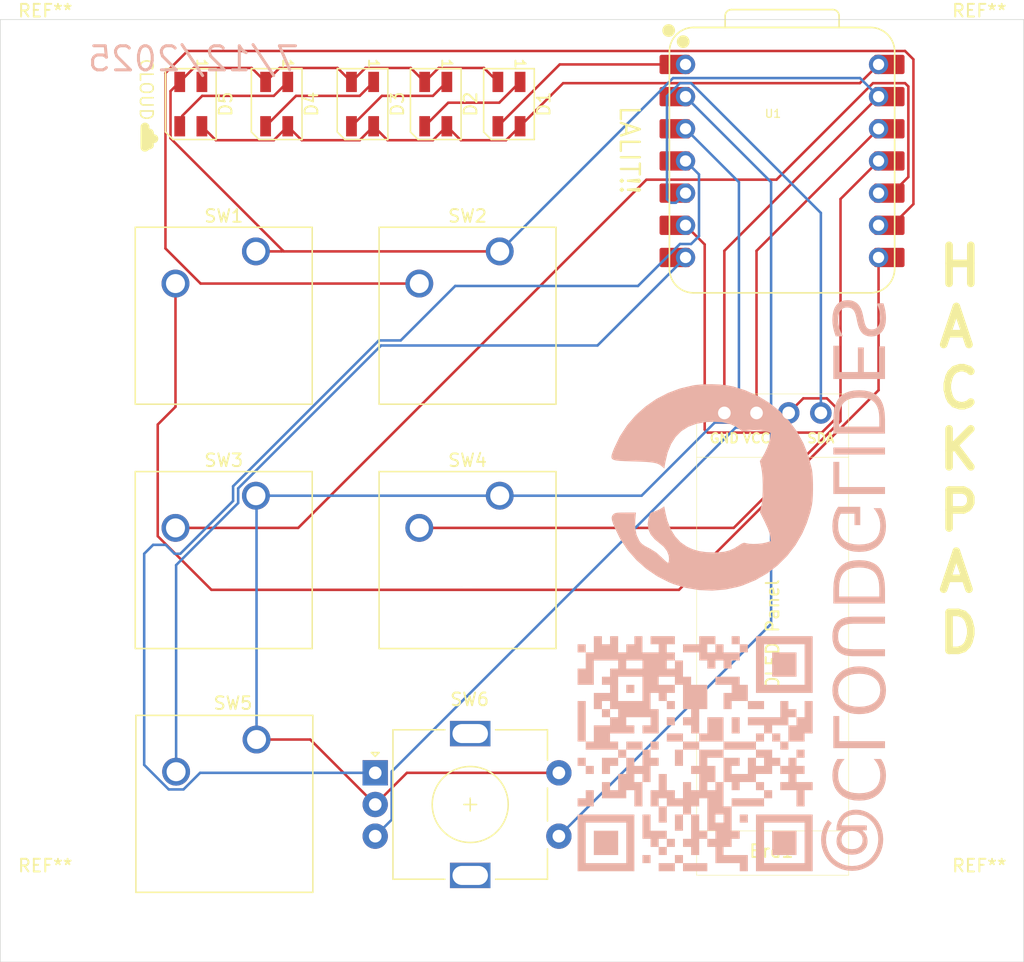
<source format=kicad_pcb>
(kicad_pcb (version 20241229) (generator "pcbnew") (generator_version "9.0")
  (layers (0 "F.Cu" signal) (2 "B.Cu" signal) (13 "F.Paste" user) (15 "B.Paste" user) (5 "F.SilkS" user "F.Silkscreen") (7 "B.SilkS" user "B.Silkscreen") (1 "F.Mask" user) (3 "B.Mask" user) (25 "Edge.Cuts" user))
  (net 0 "")
  (net 1 "GND")
  (net 2 "Net-(D1-DOUT)")
  (net 3 "+5V")
  (net 4 "Net-(D1-DIN)")
  (net 5 "Net-(Brd1-SCL)")
  (net 6 "Net-(U1-GPIO1{slash}RX)")
  (net 7 "Net-(U1-GPIO2{slash}SCK)")
  (net 8 "Net-(U1-GPIO4{slash}MISO)")
  (net 9 "Net-(U1-GPIO3{slash}MOSI)")
  (net 10 "Net-(U1-GPIO0{slash}TX)")
  (net 11 "Net-(U1-GPIO27{slash}ADC1{slash}A1)")
  (net 12 "Net-(U1-GPIO29{slash}ADC3{slash}A3)")
  (net 13 "Net-(U1-GPIO28{slash}ADC2{slash}A2)")
  (net 14 "Net-(Brd1-VCC)")
  (net 15 "Net-(Brd1-SDA)")
  (net 16 "Net-(D2-DOUT)")
  (net 17 "Net-(D3-DOUT)")
  (net 18 "Net-(D4-DOUT)")
  (footprint "Button_Switch_Keyboard:SW_Cherry_MX_1.00u_PCB" (layer "F.Cu") (at 200.43 109.64)
    (property "Reference" "SW5" (at -1.86 -2.87 0) (layer "F.SilkS"))
    (property "Value" "SW_Push")
    (pad "" np_thru_hole circle (at -7.62 5.08) (size 1.7 1.7) (drill 1.7) (layers "*.Cu" "*.Mask"))
    (pad "" np_thru_hole circle (at -2.54 5.08) (size 4 4) (drill 4) (layers "*.Cu" "*.Mask"))
    (pad "" np_thru_hole circle (at 2.54 5.08) (size 1.7 1.7) (drill 1.7) (layers "*.Cu" "*.Mask"))
    (pad "1" thru_hole circle (at 0 0) (size 2.2 2.2) (drill 1.5) (layers "*.Cu" "*.Mask") (net 1 "GND"))
    (pad "2" thru_hole circle (at -6.35 2.54) (size 2.2 2.2) (drill 1.5) (layers "*.Cu" "*.Mask") (net 10 "Net-(U1-GPIO0{slash}TX)"))
  )
  (footprint "LED_SMD:LED_SK6812MINI_PLCC4_3.5x3.5mm_P1.75mm" (layer "F.Cu") (at 208.8 59.47 -90)
    (property "Reference" "D3" (at 0 -2.75 90) (layer "F.SilkS"))
    (property "Value" "SK6812MINI" (hide yes))
    (fp_text user "1" (at -3.2 -0.875 270) (layer "F.SilkS") (effects (font (size 0.8 0.8))))
    (pad "1" smd rect (at -1.75 -0.875 270) (size 1.6 0.85) (layers "F.Cu" "F.Mask" "F.Paste") (net 17 "Net-(D3-DOUT)"))
    (pad "2" smd rect (at -1.75 0.875 270) (size 1.6 0.85) (layers "F.Cu" "F.Mask" "F.Paste") (net 1 "GND"))
    (pad "3" smd rect (at 1.75 0.875 270) (size 1.6 0.85) (layers "F.Cu" "F.Mask" "F.Paste") (net 16 "Net-(D2-DOUT)"))
    (pad "4" smd rect (at 1.75 -0.875 270) (size 1.6 0.85) (layers "F.Cu" "F.Mask" "F.Paste") (net 3 "+5V"))
  )
  (footprint "LED_SMD:LED_SK6812MINI_PLCC4_3.5x3.5mm_P1.75mm" (layer "F.Cu") (at 202.02 59.47 -90)
    (property "Reference" "D4" (at 0 -2.75 90) (layer "F.SilkS"))
    (property "Value" "SK6812MINI" (hide yes))
    (fp_text user "1" (at -3.2 -0.875 270) (layer "F.SilkS") (effects (font (size 0.8 0.8))))
    (pad "1" smd rect (at -1.75 -0.875 270) (size 1.6 0.85) (layers "F.Cu" "F.Mask" "F.Paste") (net 18 "Net-(D4-DOUT)"))
    (pad "2" smd rect (at -1.75 0.875 270) (size 1.6 0.85) (layers "F.Cu" "F.Mask" "F.Paste") (net 1 "GND"))
    (pad "3" smd rect (at 1.75 0.875 270) (size 1.6 0.85) (layers "F.Cu" "F.Mask" "F.Paste") (net 17 "Net-(D3-DOUT)"))
    (pad "4" smd rect (at 1.75 -0.875 270) (size 1.6 0.85) (layers "F.Cu" "F.Mask" "F.Paste") (net 3 "+5V"))
  )
  (footprint "Button_Switch_Keyboard:SW_Cherry_MX_1.00u_PCB" (layer "F.Cu") (at 219.63 71.1)
    (property "Reference" "SW2" (at -2.54 -2.794 0) (layer "F.SilkS"))
    (property "Value" "SW_Push")
    (pad "" np_thru_hole circle (at -7.62 5.08) (size 1.7 1.7) (drill 1.7) (layers "*.Cu" "*.Mask"))
    (pad "" np_thru_hole circle (at -2.54 5.08) (size 4 4) (drill 4) (layers "*.Cu" "*.Mask"))
    (pad "" np_thru_hole circle (at 2.54 5.08) (size 1.7 1.7) (drill 1.7) (layers "*.Cu" "*.Mask"))
    (pad "1" thru_hole circle (at 0 0) (size 2.2 2.2) (drill 1.5) (layers "*.Cu" "*.Mask") (net 1 "GND"))
    (pad "2" thru_hole circle (at -6.35 2.54) (size 2.2 2.2) (drill 1.5) (layers "*.Cu" "*.Mask") (net 7 "Net-(U1-GPIO2{slash}SCK)"))
  )
  (footprint "watermark:cloud_smol" (layer "F.Cu") (at 191.97 62.08 -90)
    (property "Reference" "G***" (hide yes))
    (property "Value" "LOGO" (hide yes))
  )
  (footprint "Rotary_Encoder:RotaryEncoder_Alps_EC11E-Switch_Vertical_H20mm" (layer "F.Cu") (at 209.8 112.27)
    (property "Reference" "SW6" (at 7.455 -5.795 0) (layer "F.SilkS"))
    (property "Value" "RotaryEncoder_Switch")
    (pad "A" thru_hole rect (at 0 0) (size 2 2) (drill 1) (layers "*.Cu" "*.Mask") (net 12 "Net-(U1-GPIO29{slash}ADC3{slash}A3)"))
    (pad "B" thru_hole circle (at 0 5) (size 2 2) (drill 1) (layers "*.Cu" "*.Mask") (net 13 "Net-(U1-GPIO28{slash}ADC2{slash}A2)"))
    (pad "C" thru_hole circle (at 0 2.5) (size 2 2) (drill 1) (layers "*.Cu" "*.Mask") (net 1 "GND"))
    (pad "MP" thru_hole rect (at 7.5 -3.1) (size 3.2 2) (drill oval 2.8 1.5) (layers "*.Cu" "*.Mask"))
    (pad "MP" thru_hole rect (at 7.5 8.1) (size 3.2 2) (drill oval 2.8 1.5) (layers "*.Cu" "*.Mask"))
    (pad "S1" thru_hole circle (at 14.5 5) (size 2 2) (drill 1) (layers "*.Cu" "*.Mask") (net 11 "Net-(U1-GPIO27{slash}ADC1{slash}A1)"))
    (pad "S2" thru_hole circle (at 14.5 0) (size 2 2) (drill 1) (layers "*.Cu" "*.Mask") (net 1 "GND"))
  )
  (footprint "Button_Switch_Keyboard:SW_Cherry_MX_1.00u_PCB" (layer "F.Cu") (at 200.38 90.39)
    (property "Reference" "SW3" (at -2.54 -2.794 0) (layer "F.SilkS"))
    (property "Value" "SW_Push")
    (pad "" np_thru_hole circle (at -7.62 5.08) (size 1.7 1.7) (drill 1.7) (layers "*.Cu" "*.Mask"))
    (pad "" np_thru_hole circle (at -2.54 5.08) (size 4 4) (drill 4) (layers "*.Cu" "*.Mask"))
    (pad "" np_thru_hole circle (at 2.54 5.08) (size 1.7 1.7) (drill 1.7) (layers "*.Cu" "*.Mask"))
    (pad "1" thru_hole circle (at 0 0) (size 2.2 2.2) (drill 1.5) (layers "*.Cu" "*.Mask") (net 1 "GND"))
    (pad "2" thru_hole circle (at -6.35 2.54) (size 2.2 2.2) (drill 1.5) (layers "*.Cu" "*.Mask") (net 8 "Net-(U1-GPIO4{slash}MISO)"))
  )
  (footprint "Button_Switch_Keyboard:SW_Cherry_MX_1.00u_PCB" (layer "F.Cu") (at 219.63 90.39)
    (property "Reference" "SW4" (at -2.54 -2.794 0) (layer "F.SilkS"))
    (property "Value" "SW_Push")
    (pad "" np_thru_hole circle (at -7.62 5.08) (size 1.7 1.7) (drill 1.7) (layers "*.Cu" "*.Mask"))
    (pad "" np_thru_hole circle (at -2.54 5.08) (size 4 4) (drill 4) (layers "*.Cu" "*.Mask"))
    (pad "" np_thru_hole circle (at 2.54 5.08) (size 1.7 1.7) (drill 1.7) (layers "*.Cu" "*.Mask"))
    (pad "1" thru_hole circle (at 0 0) (size 2.2 2.2) (drill 1.5) (layers "*.Cu" "*.Mask") (net 1 "GND"))
    (pad "2" thru_hole circle (at -6.35 2.54) (size 2.2 2.2) (drill 1.5) (layers "*.Cu" "*.Mask") (net 9 "Net-(U1-GPIO3{slash}MOSI)"))
  )
  (footprint "MountingHole:MountingHole_3.2mm_M3" (layer "F.Cu") (at 183.75 56.25)
    (property "Reference" "REF**" (at 0 -4.15 0) (layer "F.SilkS"))
    (property "Value" "MountingHole_3.2mm_M3" (hide yes))
    (pad "" np_thru_hole circle (at 0 0) (size 3.2 3.2) (drill 3.2) (layers "*.Cu" "*.Mask"))
  )
  (footprint "MountingHole:MountingHole_3.2mm_M3" (layer "F.Cu") (at 257.5 123.75)
    (property "Reference" "REF**" (at 0 -4.15 0) (layer "F.SilkS"))
    (property "Value" "MountingHole_3.2mm_M3" (hide yes))
    (pad "" np_thru_hole circle (at 0 0) (size 3.2 3.2) (drill 3.2) (layers "*.Cu" "*.Mask"))
  )
  (footprint "MountingHole:MountingHole_3.2mm_M3" (layer "F.Cu") (at 257.5 56.25)
    (property "Reference" "REF**" (at 0 -4.15 0) (layer "F.SilkS"))
    (property "Value" "MountingHole_3.2mm_M3" (hide yes))
    (pad "" np_thru_hole circle (at 0 0) (size 3.2 3.2) (drill 3.2) (layers "*.Cu" "*.Mask"))
  )
  (footprint "OLED:SSD1306-0.91-OLED-4pin-128x32" (layer "F.Cu") (at 235.175 120.355 90)
    (property "Reference" "Brd1" (at 1.9 5.91 0) (layer "F.SilkS"))
    (property "Value" "SSD1306" (hide yes))
    (fp_text user "SDA" (at 34.5 9.81 0) (layer "F.SilkS") (effects (font (size 0.75 0.75))))
    (fp_text user "VCC" (at 34.5 4.73 0) (layer "F.SilkS") (effects (font (size 0.75 0.75))))
    (fp_text user "SCL" (at 34.5 7.27 0) (layer "F.SilkS") (effects (font (size 0.75 0.75))))
    (fp_text user "OLED Panel" (at 19 6 90) (layer "F.SilkS"))
    (fp_text user "GND" (at 34.5 2.19 0) (layer "F.SilkS") (effects (font (size 0.75 0.75))))
    (pad "1" thru_hole rect (at 36.5 2.19 90) (size 1.7 1.7) (drill 1) (layers "*.Cu" "*.Mask") (net 1 "GND"))
    (pad "2" thru_hole oval (at 36.5 4.73 90) (size 1.7 1.7) (drill 1) (layers "*.Cu" "*.Mask") (net 14 "Net-(Brd1-VCC)"))
    (pad "3" thru_hole oval (at 36.5 7.27 90) (size 1.7 1.7) (drill 1) (layers "*.Cu" "*.Mask") (net 5 "Net-(Brd1-SCL)"))
    (pad "4" thru_hole oval (at 36.5 9.81 90) (size 1.7 1.7) (drill 1) (layers "*.Cu" "*.Mask") (net 15 "Net-(Brd1-SDA)"))
  )
  (footprint "LED_SMD:LED_SK6812MINI_PLCC4_3.5x3.5mm_P1.75mm" (layer "F.Cu") (at 195.24 59.47 -90)
    (property "Reference" "D5" (at 0 -2.75 90) (layer "F.SilkS"))
    (property "Value" "SK6812MINI" (hide yes))
    (fp_text user "1" (at -3.2 -0.875 270) (layer "F.SilkS") (effects (font (size 0.8 0.8))))
    (pad "1" smd rect (at -1.75 -0.875 270) (size 1.6 0.85) (layers "F.Cu" "F.Mask" "F.Paste"))
    (pad "2" smd rect (at -1.75 0.875 270) (size 1.6 0.85) (layers "F.Cu" "F.Mask" "F.Paste") (net 1 "GND"))
    (pad "3" smd rect (at 1.75 0.875 270) (size 1.6 0.85) (layers "F.Cu" "F.Mask" "F.Paste") (net 18 "Net-(D4-DOUT)"))
    (pad "4" smd rect (at 1.75 -0.875 270) (size 1.6 0.85) (layers "F.Cu" "F.Mask" "F.Paste") (net 3 "+5V"))
  )
  (footprint "MountingHole:MountingHole_3.2mm_M3" (layer "F.Cu") (at 183.75 123.75)
    (property "Reference" "REF**" (at 0 -4.15 0) (layer "F.SilkS"))
    (property "Value" "MountingHole_3.2mm_M3" (hide yes))
    (pad "" np_thru_hole circle (at 0 0) (size 3.2 3.2) (drill 3.2) (layers "*.Cu" "*.Mask"))
  )
  (footprint "LED_SMD:LED_SK6812MINI_PLCC4_3.5x3.5mm_P1.75mm" (layer "F.Cu") (at 214.58 59.47 -90)
    (property "Reference" "D2" (at 0 -2.75 90) (layer "F.SilkS"))
    (property "Value" "SK6812MINI" (hide yes))
    (fp_text user "1" (at -3.2 -0.875 270) (layer "F.SilkS") (effects (font (size 0.8 0.8))))
    (pad "1" smd rect (at -1.75 -0.875 270) (size 1.6 0.85) (layers "F.Cu" "F.Mask" "F.Paste") (net 16 "Net-(D2-DOUT)"))
    (pad "2" smd rect (at -1.75 0.875 270) (size 1.6 0.85) (layers "F.Cu" "F.Mask" "F.Paste") (net 1 "GND"))
    (pad "3" smd rect (at 1.75 0.875 270) (size 1.6 0.85) (layers "F.Cu" "F.Mask" "F.Paste") (net 2 "Net-(D1-DOUT)"))
    (pad "4" smd rect (at 1.75 -0.875 270) (size 1.6 0.85) (layers "F.Cu" "F.Mask" "F.Paste") (net 3 "+5V"))
  )
  (footprint "OPL:XIAO-RP2040-DIP" (layer "F.Cu") (at 241.92 63.96)
    (property "Reference" "U1" (at -0.72 -3.73 0) (layer "F.SilkS") (effects (font (size 0.635 0.635) (thickness 0.1016))))
    (property "Value" "XIAO-RP2040-DIP")
    (pad "1" smd roundrect (at -8.455 -7.62 180) (size 2.432 1.524) (layers "F.Cu" "F.Mask") (roundrect_rratio 0.1) (net 4 "Net-(D1-DIN)"))
    (pad "1" thru_hole circle (at -7.62 -7.62 180) (size 1.524 1.524) (drill 0.889) (layers "*.Cu" "*.Mask") (net 4 "Net-(D1-DIN)"))
    (pad "2" smd roundrect (at -8.455 -5.08 180) (size 2.432 1.524) (layers "F.Cu" "F.Mask") (roundrect_rratio 0.1) (net 11 "Net-(U1-GPIO27{slash}ADC1{slash}A1)"))
    (pad "2" thru_hole circle (at -7.62 -5.08 180) (size 1.524 1.524) (drill 0.889) (layers "*.Cu" "*.Mask") (net 11 "Net-(U1-GPIO27{slash}ADC1{slash}A1)"))
    (pad "3" smd roundrect (at -8.455 -2.54 180) (size 2.432 1.524) (layers "F.Cu" "F.Mask") (roundrect_rratio 0.1) (net 13 "Net-(U1-GPIO28{slash}ADC2{slash}A2)"))
    (pad "3" thru_hole circle (at -7.62 -2.54 180) (size 1.524 1.524) (drill 0.889) (layers "*.Cu" "*.Mask") (net 13 "Net-(U1-GPIO28{slash}ADC2{slash}A2)"))
    (pad "4" smd roundrect (at -8.455 0 180) (size 2.432 1.524) (layers "F.Cu" "F.Mask") (roundrect_rratio 0.1) (net 12 "Net-(U1-GPIO29{slash}ADC3{slash}A3)"))
    (pad "4" thru_hole circle (at -7.62 0 180) (size 1.524 1.524) (drill 0.889) (layers "*.Cu" "*.Mask") (net 12 "Net-(U1-GPIO29{slash}ADC3{slash}A3)"))
    (pad "5" smd roundrect (at -8.455 2.54 180) (size 2.432 1.524) (layers "F.Cu" "F.Mask") (roundrect_rratio 0.1) (net 15 "Net-(Brd1-SDA)"))
    (pad "5" thru_hole circle (at -7.62 2.54 180) (size 1.524 1.524) (drill 0.889) (layers "*.Cu" "*.Mask") (net 15 "Net-(Brd1-SDA)"))
    (pad "6" smd roundrect (at -8.455 5.08 180) (size 2.432 1.524) (layers "F.Cu" "F.Mask") (roundrect_rratio 0.1) (net 5 "Net-(Brd1-SCL)"))
    (pad "6" thru_hole circle (at -7.62 5.08 180) (size 1.524 1.524) (drill 0.889) (layers "*.Cu" "*.Mask") (net 5 "Net-(Brd1-SCL)"))
    (pad "7" smd roundrect (at -8.455 7.62 180) (size 2.432 1.524) (layers "F.Cu" "F.Mask") (roundrect_rratio 0.1) (net 10 "Net-(U1-GPIO0{slash}TX)"))
    (pad "7" thru_hole circle (at -7.62 7.62 180) (size 1.524 1.524) (drill 0.889) (layers "*.Cu" "*.Mask") (net 10 "Net-(U1-GPIO0{slash}TX)"))
    (pad "8" thru_hole circle (at 7.62 7.62) (size 1.524 1.524) (drill 0.889) (layers "*.Cu" "*.Mask") (net 6 "Net-(U1-GPIO1{slash}RX)"))
    (pad "8" smd roundrect (at 8.455 7.62) (size 2.432 1.524) (layers "F.Cu" "F.Mask") (roundrect_rratio 0.1) (net 6 "Net-(U1-GPIO1{slash}RX)"))
    (pad "9" thru_hole circle (at 7.62 5.08) (size 1.524 1.524) (drill 0.889) (layers "*.Cu" "*.Mask") (net 7 "Net-(U1-GPIO2{slash}SCK)"))
    (pad "9" smd roundrect (at 8.455 5.08) (size 2.432 1.524) (layers "F.Cu" "F.Mask") (roundrect_rratio 0.1) (net 7 "Net-(U1-GPIO2{slash}SCK)"))
    (pad "10" thru_hole circle (at 7.62 2.54) (size 1.524 1.524) (drill 0.889) (layers "*.Cu" "*.Mask") (net 8 "Net-(U1-GPIO4{slash}MISO)"))
    (pad "10" smd roundrect (at 8.455 2.54) (size 2.432 1.524) (layers "F.Cu" "F.Mask") (roundrect_rratio 0.1) (net 8 "Net-(U1-GPIO4{slash}MISO)"))
    (pad "11" thru_hole circle (at 7.62 0) (size 1.524 1.524) (drill 0.889) (layers "*.Cu" "*.Mask") (net 9 "Net-(U1-GPIO3{slash}MOSI)"))
    (pad "11" smd roundrect (at 8.455 0) (size 2.432 1.524) (layers "F.Cu" "F.Mask") (roundrect_rratio 0.1) (net 9 "Net-(U1-GPIO3{slash}MOSI)"))
    (pad "12" thru_hole circle (at 7.62 -2.54) (size 1.524 1.524) (drill 0.889) (layers "*.Cu" "*.Mask") (net 14 "Net-(Brd1-VCC)"))
    (pad "12" smd roundrect (at 8.455 -2.54) (size 2.432 1.524) (layers "F.Cu" "F.Mask") (roundrect_rratio 0.1) (net 14 "Net-(Brd1-VCC)"))
    (pad "13" thru_hole circle (at 7.62 -5.08) (size 1.524 1.524) (drill 0.889) (layers "*.Cu" "*.Mask") (net 1 "GND"))
    (pad "13" smd roundrect (at 8.455 -5.08) (size 2.432 1.524) (layers "F.Cu" "F.Mask") (roundrect_rratio 0.1) (net 1 "GND"))
    (pad "14" thru_hole circle (at 7.62 -7.62) (size 1.524 1.524) (drill 0.889) (layers "*.Cu" "*.Mask") (net 3 "+5V"))
    (pad "14" smd roundrect (at 8.455 -7.62) (size 2.432 1.524) (layers "F.Cu" "F.Mask") (roundrect_rratio 0.1) (net 3 "+5V"))
  )
  (footprint "Button_Switch_Keyboard:SW_Cherry_MX_1.00u_PCB" (layer "F.Cu") (at 200.38 71.1)
    (property "Reference" "SW1" (at -2.54 -2.794 0) (layer "F.SilkS"))
    (property "Value" "SW_Push")
    (pad "" np_thru_hole circle (at -7.62 5.08) (size 1.7 1.7) (drill 1.7) (layers "*.Cu" "*.Mask"))
    (pad "" np_thru_hole circle (at -2.54 5.08) (size 4 4) (drill 4) (layers "*.Cu" "*.Mask"))
    (pad "" np_thru_hole circle (at 2.54 5.08) (size 1.7 1.7) (drill 1.7) (layers "*.Cu" "*.Mask"))
    (pad "1" thru_hole circle (at 0 0) (size 2.2 2.2) (drill 1.5) (layers "*.Cu" "*.Mask") (net 1 "GND"))
    (pad "2" thru_hole circle (at -6.35 2.54) (size 2.2 2.2) (drill 1.5) (layers "*.Cu" "*.Mask") (net 6 "Net-(U1-GPIO1{slash}RX)"))
  )
  (footprint "LED_SMD:LED_SK6812MINI_PLCC4_3.5x3.5mm_P1.75mm" (layer "F.Cu") (at 220.36 59.47 -90)
    (property "Reference" "D1" (at 0 -2.75 90) (layer "F.SilkS"))
    (property "Value" "SK6812MINI" (hide yes))
    (fp_text user "1" (at -3.2 -0.875 270) (layer "F.SilkS") (effects (font (size 0.8 0.8))))
    (pad "1" smd rect (at -1.75 -0.875 270) (size 1.6 0.85) (layers "F.Cu" "F.Mask" "F.Paste") (net 2 "Net-(D1-DOUT)"))
    (pad "2" smd rect (at -1.75 0.875 270) (size 1.6 0.85) (layers "F.Cu" "F.Mask" "F.Paste") (net 1 "GND"))
    (pad "3" smd rect (at 1.75 0.875 270) (size 1.6 0.85) (layers "F.Cu" "F.Mask" "F.Paste") (net 4 "Net-(D1-DIN)"))
    (pad "4" smd rect (at 1.75 -0.875 270) (size 1.6 0.85) (layers "F.Cu" "F.Mask" "F.Paste") (net 3 "+5V"))
  )
  (footprint "watermark:qr" (layer "B.Cu") (at 235.06 110.76 90)
    (property "Reference" "G***" (hide yes))
    (property "Value" "LOGO" (hide yes))
  )
  (footprint "watermark:gh" (layer "B.Cu") (at 236.4 89.73 90)
    (property "Reference" "G***" (hide yes))
    (property "Value" "LOGO" (hide yes))
  )
  (gr_rect (start 180.2 52.795) (end 261 127.205) (stroke (width 0.05)) (fill no) (layer "Edge.Cuts"))
  (gr_text "CLOUD " (at 191.14 55.79 270) (layer "F.SilkS") (effects (font (size 1 1) (thickness 0.125)) (justify left bottom)))
  (gr_text "H\nA\nC\nK\nP\nA\nD" (at 254 103 0) (layer "F.SilkS") (effects (font (size 3 3) (thickness 0.6) (bold yes)) (justify left bottom)))
  (gr_text "LALIT!!" (at 229 59.47 270) (layer "F.SilkS") (effects (font (size 1.5 1.5) (thickness 0.1875)) (justify left bottom)))
  (gr_text "@CLOUDGLIDES" (at 245.29 120.38 270) (layer "B.SilkS") (effects (font (size 4 4) (thickness 0.1)) (justify left bottom mirror)))
  (gr_text "7/12/2025" (at 203.93 57.01 0) (layer "B.SilkS") (effects (font (size 1.9 1.9) (thickness 0.2375)) (justify left bottom mirror)))
  (segment (start 212.3 112.27) (end 224.3 112.27) (width 0.2) (layer "F.Cu") (net 1))
  (segment (start 200.43 109.64) (end 204.67 109.64) (width 0.2) (layer "F.Cu") (net 1))
  (segment (start 202.246 56.619) (end 206.824 56.619) (width 0.2) (layer "F.Cu") (net 1))
  (segment (start 202.44 71.1) (end 202.505 71.035) (width 0.2) (layer "F.Cu") (net 1))
  (segment (start 219.63 71.1) (end 202.57 71.1) (width 0.2) (layer "F.Cu") (net 1))
  (segment (start 201.145 57.72) (end 202.246 56.619) (width 0.2) (layer "F.Cu") (net 1))
  (segment (start 200.044 56.619) (end 201.145 57.72) (width 0.2) (layer "F.Cu") (net 1))
  (segment (start 237.365 83.855) (end 237.365 71.055) (width 0.2) (layer "F.Cu") (net 1))
  (segment (start 237.365 71.055) (end 249.54 58.88) (width 0.2) (layer "F.Cu") (net 1))
  (segment (start 209.8 114.77) (end 212.3 112.27) (width 0.2) (layer "F.Cu") (net 1))
  (segment (start 214.806 56.619) (end 218.384 56.619) (width 0.2) (layer "F.Cu") (net 1))
  (segment (start 204.67 109.64) (end 209.8 114.77) (width 0.2) (layer "F.Cu") (net 1))
  (segment (start 194.365 57.72) (end 195.466 56.619) (width 0.2) (layer "F.Cu") (net 1))
  (segment (start 212.604 56.619) (end 213.705 57.72) (width 0.2) (layer "F.Cu") (net 1))
  (segment (start 195.466 56.619) (end 200.044 56.619) (width 0.2) (layer "F.Cu") (net 1))
  (segment (start 207.925 57.72) (end 209.026 56.619) (width 0.2) (layer "F.Cu") (net 1))
  (segment (start 200.38 71.1) (end 202.44 71.1) (width 0.2) (layer "F.Cu") (net 1))
  (segment (start 218.384 56.619) (end 219.485 57.72) (width 0.2) (layer "F.Cu") (net 1))
  (segment (start 202.505 71.035) (end 193.639 62.169) (width 0.2) (layer "F.Cu") (net 1))
  (segment (start 206.824 56.619) (end 207.925 57.72) (width 0.2) (layer "F.Cu") (net 1))
  (segment (start 209.026 56.619) (end 212.604 56.619) (width 0.2) (layer "F.Cu") (net 1))
  (segment (start 193.639 62.169) (end 193.639 58.446) (width 0.2) (layer "F.Cu") (net 1))
  (segment (start 193.639 58.446) (end 194.365 57.72) (width 0.2) (layer "F.Cu") (net 1))
  (segment (start 213.705 57.72) (end 214.806 56.619) (width 0.2) (layer "F.Cu") (net 1))
  (segment (start 202.57 71.1) (end 202.505 71.035) (width 0.2) (layer "F.Cu") (net 1))
  (segment (start 200.38 90.39) (end 200.43 90.44) (width 0.2) (layer "B.Cu") (net 1))
  (segment (start 230.83 90.39) (end 237.365 83.855) (width 0.2) (layer "B.Cu") (net 1))
  (segment (start 248.076 57.416) (end 249.54 58.88) (width 0.2) (layer "B.Cu") (net 1))
  (segment (start 233.314 57.416) (end 248.076 57.416) (width 0.2) (layer "B.Cu") (net 1))
  (segment (start 200.43 90.44) (end 200.43 109.64) (width 0.2) (layer "B.Cu") (net 1))
  (segment (start 200.38 90.39) (end 219.63 90.39) (width 0.2) (layer "B.Cu") (net 1))
  (segment (start 219.63 71.1) (end 233.314 57.416) (width 0.2) (layer "B.Cu") (net 1))
  (segment (start 219.63 90.39) (end 230.83 90.39) (width 0.2) (layer "B.Cu") (net 1))
  (segment (start 219.595 59.36) (end 221.235 57.72) (width 0.2) (layer "F.Cu") (net 2))
  (segment (start 215.565 59.36) (end 219.595 59.36) (width 0.2) (layer "F.Cu") (net 2))
  (segment (start 213.705 61.22) (end 215.565 59.36) (width 0.2) (layer "F.Cu") (net 2))
  (segment (start 197.216 62.321) (end 201.794 62.321) (width 0.2) (layer "F.Cu") (net 3))
  (segment (start 210.776 62.321) (end 214.354 62.321) (width 0.2) (layer "F.Cu") (net 3))
  (segment (start 224.638 57.817) (end 248.063 57.817) (width 0.2) (layer "F.Cu") (net 3))
  (segment (start 202.895 61.22) (end 203.996 62.321) (width 0.2) (layer "F.Cu") (net 3))
  (segment (start 201.794 62.321) (end 202.895 61.22) (width 0.2) (layer "F.Cu") (net 3))
  (segment (start 203.996 62.321) (end 208.574 62.321) (width 0.2) (layer "F.Cu") (net 3))
  (segment (start 248.063 57.817) (end 249.54 56.34) (width 0.2) (layer "F.Cu") (net 3))
  (segment (start 208.574 62.321) (end 209.675 61.22) (width 0.2) (layer "F.Cu") (net 3))
  (segment (start 220.134 62.321) (end 221.235 61.22) (width 0.2) (layer "F.Cu") (net 3))
  (segment (start 196.115 61.22) (end 197.216 62.321) (width 0.2) (layer "F.Cu") (net 3))
  (segment (start 209.675 61.22) (end 210.776 62.321) (width 0.2) (layer "F.Cu") (net 3))
  (segment (start 214.354 62.321) (end 215.455 61.22) (width 0.2) (layer "F.Cu") (net 3))
  (segment (start 216.556 62.321) (end 220.134 62.321) (width 0.2) (layer "F.Cu") (net 3))
  (segment (start 215.455 61.22) (end 216.556 62.321) (width 0.2) (layer "F.Cu") (net 3))
  (segment (start 221.235 61.22) (end 224.638 57.817) (width 0.2) (layer "F.Cu") (net 3))
  (segment (start 219.485 61.22) (end 224.365 56.34) (width 0.2) (layer "F.Cu") (net 4))
  (segment (start 224.365 56.34) (end 234.3 56.34) (width 0.2) (layer "F.Cu") (net 4))
  (segment (start 235.813 70.553) (end 235.813 85.1721) (width 0.2) (layer "F.Cu") (net 5))
  (segment (start 234.3 69.04) (end 235.813 70.553) (width 0.2) (layer "F.Cu") (net 5))
  (segment (start 235.813 85.1721) (end 236.0479 85.407) (width 0.2) (layer "F.Cu") (net 5))
  (segment (start 245.06076 85.407) (end 246.136 84.33176) (width 0.2) (layer "F.Cu") (net 5))
  (segment (start 236.0479 85.407) (end 245.06076 85.407) (width 0.2) (layer "F.Cu") (net 5))
  (segment (start 246.136 84.33176) (end 246.136 83.37824) (width 0.2) (layer "F.Cu") (net 5))
  (segment (start 243.596 82.704) (end 242.445 83.855) (width 0.2) (layer "F.Cu") (net 5))
  (segment (start 246.136 83.37824) (end 245.46176 82.704) (width 0.2) (layer "F.Cu") (net 5))
  (segment (start 245.46176 82.704) (end 243.596 82.704) (width 0.2) (layer "F.Cu") (net 5))
  (segment (start 249.54 71.58) (end 249.54 82.06196) (width 0.2) (layer "F.Cu") (net 6))
  (segment (start 194.03 83.37153) (end 194.03 73.64) (width 0.2) (layer "F.Cu") (net 6))
  (segment (start 192.629 93.583816) (end 192.629 84.77253) (width 0.2) (layer "F.Cu") (net 6))
  (segment (start 249.54 82.06196) (end 233.78096 97.821) (width 0.2) (layer "F.Cu") (net 6))
  (segment (start 233.78096 97.821) (end 196.866184 97.821) (width 0.2) (layer "F.Cu") (net 6))
  (segment (start 196.866184 97.821) (end 192.629 93.583816) (width 0.2) (layer "F.Cu") (net 6))
  (segment (start 192.629 84.77253) (end 194.03 83.37153) (width 0.2) (layer "F.Cu") (net 6))
  (segment (start 193.238 57.02) (end 194.981 55.277) (width 0.2) (layer "F.Cu") (net 7))
  (segment (start 213.28 73.64) (end 196.011314 73.64) (width 0.2) (layer "F.Cu") (net 7))
  (segment (start 252.293 55.939374) (end 252.293 67.36463) (width 0.2) (layer "F.Cu") (net 7))
  (segment (start 193.238 70.866686) (end 193.238 57.02) (width 0.2) (layer "F.Cu") (net 7))
  (segment (start 194.981 55.277) (end 251.630626 55.277) (width 0.2) (layer "F.Cu") (net 7))
  (segment (start 250.61763 69.04) (end 249.54 69.04) (width 0.2) (layer "F.Cu") (net 7))
  (segment (start 252.293 67.36463) (end 250.61763 69.04) (width 0.2) (layer "F.Cu") (net 7))
  (segment (start 196.011314 73.64) (end 193.238 70.866686) (width 0.2) (layer "F.Cu") (net 7))
  (segment (start 251.630626 55.277) (end 252.293 55.939374) (width 0.2) (layer "F.Cu") (net 7))
  (segment (start 251.630626 57.817) (end 249.09969 57.817) (width 0.2) (layer "F.Cu") (net 8))
  (segment (start 203.72153 92.93) (end 194.03 92.93) (width 0.2) (layer "F.Cu") (net 8))
  (segment (start 241.47969 65.437) (end 231.21453 65.437) (width 0.2) (layer "F.Cu") (net 8))
  (segment (start 249.09969 57.817) (end 241.47969 65.437) (width 0.2) (layer "F.Cu") (net 8))
  (segment (start 251.892 65.22563) (end 251.892 58.078374) (width 0.2) (layer "F.Cu") (net 8))
  (segment (start 249.54 66.5) (end 250.61763 66.5) (width 0.2) (layer "F.Cu") (net 8))
  (segment (start 251.892 58.078374) (end 251.630626 57.817) (width 0.2) (layer "F.Cu") (net 8))
  (segment (start 250.61763 66.5) (end 251.892 65.22563) (width 0.2) (layer "F.Cu") (net 8))
  (segment (start 231.21453 65.437) (end 203.72153 92.93) (width 0.2) (layer "F.Cu") (net 8))
  (segment (start 246.537 66.963) (end 246.537 84.49786) (width 0.2) (layer "F.Cu") (net 9))
  (segment (start 246.537 84.49786) (end 238.10486 92.93) (width 0.2) (layer "F.Cu") (net 9))
  (segment (start 249.54 63.96) (end 246.537 66.963) (width 0.2) (layer "F.Cu") (net 9))
  (segment (start 238.10486 92.93) (end 213.28 92.93) (width 0.2) (layer "F.Cu") (net 9))
  (segment (start 210.257686 78.531) (end 227.349 78.531) (width 0.2) (layer "B.Cu") (net 10))
  (segment (start 194.08 112.18) (end 194.08 95.869314) (width 0.2) (layer "B.Cu") (net 10))
  (segment (start 194.08 95.869314) (end 198.979 90.970314) (width 0.2) (layer "B.Cu") (net 10))
  (segment (start 227.349 78.531) (end 234.3 71.58) (width 0.2) (layer "B.Cu") (net 10))
  (segment (start 198.979 90.970314) (end 198.979 89.809686) (width 0.2) (layer "B.Cu") (net 10))
  (segment (start 198.979 89.809686) (end 210.257686 78.531) (width 0.2) (layer "B.Cu") (net 10))
  (segment (start 224.3 117.27) (end 241.056 100.514) (width 0.2) (layer "B.Cu") (net 11))
  (segment (start 241.056 65.636) (end 234.3 58.88) (width 0.2) (layer "B.Cu") (net 11))
  (segment (start 241.056 100.514) (end 241.056 65.636) (width 0.2) (layer "B.Cu") (net 11))
  (segment (start 230.54769 73.829) (end 216.116184 73.829) (width 0.2) (layer "B.Cu") (net 12))
  (segment (start 193.499686 113.581) (end 194.660314 113.581) (width 0.2) (layer "B.Cu") (net 12))
  (segment (start 194.409684 94.97253) (end 193.961 94.97253) (width 0.2) (layer "B.Cu") (net 12))
  (segment (start 216.116184 73.829) (end 211.815184 78.13) (width 0.2) (layer "B.Cu") (net 12))
  (segment (start 198.578 90.804214) (end 194.409684 94.97253) (width 0.2) (layer "B.Cu") (net 12))
  (segment (start 193.961 94.97253) (end 193.25747 94.269) (width 0.2) (layer "B.Cu") (net 12))
  (segment (start 191.559 94.97253) (end 191.559 111.640314) (width 0.2) (layer "B.Cu") (net 12))
  (segment (start 234.74031 70.517) (end 233.85969 70.517) (width 0.2) (layer "B.Cu") (net 12))
  (segment (start 193.25747 94.269) (end 192.26253 94.269) (width 0.2) (layer "B.Cu") (net 12))
  (segment (start 210.091586 78.13) (end 198.578 89.643586) (width 0.2) (layer "B.Cu") (net 12))
  (segment (start 195.971314 112.27) (end 209.8 112.27) (width 0.2) (layer "B.Cu") (net 12))
  (segment (start 198.578 89.643586) (end 198.578 90.804214) (width 0.2) (layer "B.Cu") (net 12))
  (segment (start 192.26253 94.269) (end 191.559 94.97253) (width 0.2) (layer "B.Cu") (net 12))
  (segment (start 211.815184 78.13) (end 210.091586 78.13) (width 0.2) (layer "B.Cu") (net 12))
  (segment (start 233.85969 70.517) (end 230.54769 73.829) (width 0.2) (layer "B.Cu") (net 12))
  (segment (start 194.660314 113.581) (end 195.971314 112.27) (width 0.2) (layer "B.Cu") (net 12))
  (segment (start 234.3 63.96) (end 235.363 65.023) (width 0.2) (layer "B.Cu") (net 12))
  (segment (start 191.559 111.640314) (end 193.499686 113.581) (width 0.2) (layer "B.Cu") (net 12))
  (segment (start 235.363 65.023) (end 235.363 69.89431) (width 0.2) (layer "B.Cu") (net 12))
  (segment (start 235.363 69.89431) (end 234.74031 70.517) (width 0.2) (layer "B.Cu") (net 12))
  (segment (start 211.101 112.167) (end 211.101 115.969) (width 0.2) (layer "B.Cu") (net 13))
  (segment (start 238.516 65.636) (end 238.516 85.006) (width 0.2) (layer "B.Cu") (net 13))
  (segment (start 238.262 85.006) (end 211.101 112.167) (width 0.2) (layer "B.Cu") (net 13))
  (segment (start 234.3 61.42) (end 238.516 65.636) (width 0.2) (layer "B.Cu") (net 13))
  (segment (start 211.101 115.969) (end 209.8 117.27) (width 0.2) (layer "B.Cu") (net 13))
  (segment (start 238.516 85.006) (end 238.262 85.006) (width 0.2) (layer "B.Cu") (net 13))
  (segment (start 239.905 71.055) (end 249.54 61.42) (width 0.2) (layer "F.Cu") (net 14))
  (segment (start 239.905 83.855) (end 239.905 71.055) (width 0.2) (layer "F.Cu") (net 14))
  (segment (start 233.85969 57.817) (end 234.74031 57.817) (width 0.2) (layer "B.Cu") (net 15))
  (segment (start 244.985 68.06169) (end 244.985 83.855) (width 0.2) (layer "B.Cu") (net 15))
  (segment (start 232.836 58.84069) (end 233.85969 57.817) (width 0.2) (layer "B.Cu") (net 15))
  (segment (start 232.836 66.97757) (end 232.836 58.84069) (width 0.2) (layer "B.Cu") (net 15))
  (segment (start 234.74031 57.817) (end 244.985 68.06169) (width 0.2) (layer "B.Cu") (net 15))
  (segment (start 233.120429 67.261999) (end 232.836 66.97757) (width 0.2) (layer "B.Cu") (net 15))
  (segment (start 234.3 66.5) (end 233.538001 67.261999) (width 0.2) (layer "B.Cu") (net 15))
  (segment (start 233.538001 67.261999) (end 233.120429 67.261999) (width 0.2) (layer "B.Cu") (net 15))
  (segment (start 215.455 57.72) (end 214.354 58.821) (width 0.2) (layer "F.Cu") (net 16))
  (segment (start 214.354 58.821) (end 210.324 58.821) (width 0.2) (layer "F.Cu") (net 16))
  (segment (start 210.324 58.821) (end 207.925 61.22) (width 0.2) (layer "F.Cu") (net 16))
  (segment (start 203.544 58.821) (end 208.574 58.821) (width 0.2) (layer "F.Cu") (net 17))
  (segment (start 208.574 58.821) (end 209.675 57.72) (width 0.2) (layer "F.Cu") (net 17))
  (segment (start 201.145 61.22) (end 203.544 58.821) (width 0.2) (layer "F.Cu") (net 17))
  (segment (start 196.139 58.821) (end 194.56 60.4) (width 0.2) (layer "F.Cu") (net 18))
  (segment (start 202.895 57.72) (end 201.794 58.821) (width 0.2) (layer "F.Cu") (net 18))
  (segment (start 201.794 58.821) (end 196.139 58.821) (width 0.2) (layer "F.Cu") (net 18))
)
</source>
